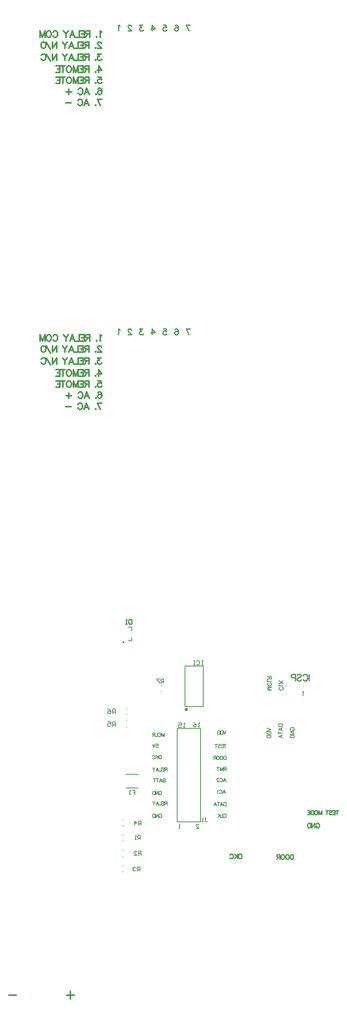
<source format=gbo>
G04*
G04 #@! TF.GenerationSoftware,Altium Limited,Altium Designer,18.0.12 (696)*
G04*
G04 Layer_Color=32896*
%FSAX24Y24*%
%MOIN*%
G70*
G01*
G75*
%ADD10C,0.0120*%
%ADD13C,0.0079*%
%ADD14C,0.0100*%
%ADD15C,0.0098*%
%ADD17C,0.0070*%
%ADD18C,0.0080*%
%ADD59C,0.0250*%
D10*
X010583Y083100D02*
X010530Y083126D01*
X010452Y083205D01*
Y082655D01*
X010153Y082707D02*
X010179Y082681D01*
X010153Y082655D01*
X010127Y082681D01*
X010153Y082707D01*
X009575Y083205D02*
Y082655D01*
Y083205D02*
X009339D01*
X009260Y083179D01*
X009234Y083152D01*
X009208Y083100D01*
Y083048D01*
X009234Y082995D01*
X009260Y082969D01*
X009339Y082943D01*
X009575D01*
X009391D02*
X009208Y082655D01*
X008745Y083205D02*
X009085D01*
Y082655D01*
X008745D01*
X009085Y082943D02*
X008875D01*
X008653Y083205D02*
Y082655D01*
X008339D01*
X007860D02*
X008069Y083205D01*
X008278Y082655D01*
X008200Y082838D02*
X007938D01*
X007731Y083205D02*
X007522Y082943D01*
Y082655D01*
X007312Y083205D02*
X007522Y082943D01*
X006417Y083074D02*
X006443Y083126D01*
X006495Y083179D01*
X006548Y083205D01*
X006652D01*
X006705Y083179D01*
X006757Y083126D01*
X006783Y083074D01*
X006809Y082995D01*
Y082864D01*
X006783Y082786D01*
X006757Y082734D01*
X006705Y082681D01*
X006652Y082655D01*
X006548D01*
X006495Y082681D01*
X006443Y082734D01*
X006417Y082786D01*
X006105Y083205D02*
X006157Y083179D01*
X006210Y083126D01*
X006236Y083074D01*
X006262Y082995D01*
Y082864D01*
X006236Y082786D01*
X006210Y082734D01*
X006157Y082681D01*
X006105Y082655D01*
X006000D01*
X005948Y082681D01*
X005896Y082734D01*
X005869Y082786D01*
X005843Y082864D01*
Y082995D01*
X005869Y083074D01*
X005896Y083126D01*
X005948Y083179D01*
X006000Y083205D01*
X006105D01*
X005715D02*
Y082655D01*
Y083205D02*
X005505Y082655D01*
X005296Y083205D02*
X005505Y082655D01*
X005296Y083205D02*
Y082655D01*
X010557Y082126D02*
Y082152D01*
X010530Y082205D01*
X010504Y082231D01*
X010452Y082257D01*
X010347D01*
X010295Y082231D01*
X010269Y082205D01*
X010242Y082152D01*
Y082100D01*
X010269Y082048D01*
X010321Y081969D01*
X010583Y081707D01*
X010216D01*
X010067Y081759D02*
X010093Y081733D01*
X010067Y081707D01*
X010041Y081733D01*
X010067Y081759D01*
X009488Y082257D02*
Y081707D01*
Y082257D02*
X009253D01*
X009174Y082231D01*
X009148Y082205D01*
X009122Y082152D01*
Y082100D01*
X009148Y082048D01*
X009174Y082021D01*
X009253Y081995D01*
X009488D01*
X009305D02*
X009122Y081707D01*
X008658Y082257D02*
X008999D01*
Y081707D01*
X008658D01*
X008999Y081995D02*
X008789D01*
X008566Y082257D02*
Y081707D01*
X008252D01*
X007773D02*
X007983Y082257D01*
X008192Y081707D01*
X008113Y081890D02*
X007852D01*
X007645Y082257D02*
X007435Y081995D01*
Y081707D01*
X007226Y082257D02*
X007435Y081995D01*
X006723Y082257D02*
Y081707D01*
Y082257D02*
X006356Y081707D01*
Y082257D02*
Y081707D01*
X006205Y081629D02*
X005838Y082257D01*
X005644D02*
X005697Y082231D01*
X005749Y082178D01*
X005775Y082126D01*
X005801Y082048D01*
Y081917D01*
X005775Y081838D01*
X005749Y081786D01*
X005697Y081733D01*
X005644Y081707D01*
X005540D01*
X005487Y081733D01*
X005435Y081786D01*
X005409Y081838D01*
X005382Y081917D01*
Y082048D01*
X005409Y082126D01*
X005435Y082178D01*
X005487Y082231D01*
X005540Y082257D01*
X005644D01*
X010530Y081231D02*
X010242D01*
X010399Y081021D01*
X010321D01*
X010269Y080995D01*
X010242Y080969D01*
X010216Y080890D01*
Y080838D01*
X010242Y080759D01*
X010295Y080707D01*
X010373Y080681D01*
X010452D01*
X010530Y080707D01*
X010557Y080733D01*
X010583Y080785D01*
X010067Y080733D02*
X010093Y080707D01*
X010067Y080681D01*
X010041Y080707D01*
X010067Y080733D01*
X009488Y081231D02*
Y080681D01*
Y081231D02*
X009253D01*
X009174Y081204D01*
X009148Y081178D01*
X009122Y081126D01*
Y081073D01*
X009148Y081021D01*
X009174Y080995D01*
X009253Y080969D01*
X009488D01*
X009305D02*
X009122Y080681D01*
X008658Y081231D02*
X008999D01*
Y080681D01*
X008658D01*
X008999Y080969D02*
X008789D01*
X008566Y081231D02*
Y080681D01*
X008252D01*
X007773D02*
X007983Y081231D01*
X008192Y080681D01*
X008113Y080864D02*
X007852D01*
X007645Y081231D02*
X007435Y080969D01*
Y080681D01*
X007226Y081231D02*
X007435Y080969D01*
X006723Y081231D02*
Y080681D01*
Y081231D02*
X006356Y080681D01*
Y081231D02*
Y080681D01*
X006205Y080602D02*
X005838Y081231D01*
X005409Y081100D02*
X005435Y081152D01*
X005487Y081204D01*
X005540Y081231D01*
X005644D01*
X005697Y081204D01*
X005749Y081152D01*
X005775Y081100D01*
X005801Y081021D01*
Y080890D01*
X005775Y080812D01*
X005749Y080759D01*
X005697Y080707D01*
X005644Y080681D01*
X005540D01*
X005487Y080707D01*
X005435Y080759D01*
X005409Y080812D01*
X010321Y080204D02*
X010583Y079838D01*
X010190D01*
X010321Y080204D02*
Y079654D01*
X010067Y079707D02*
X010093Y079680D01*
X010067Y079654D01*
X010041Y079680D01*
X010067Y079707D01*
X009488Y080204D02*
Y079654D01*
Y080204D02*
X009253D01*
X009174Y080178D01*
X009148Y080152D01*
X009122Y080099D01*
Y080047D01*
X009148Y079995D01*
X009174Y079968D01*
X009253Y079942D01*
X009488D01*
X009305D02*
X009122Y079654D01*
X008658Y080204D02*
X008999D01*
Y079654D01*
X008658D01*
X008999Y079942D02*
X008789D01*
X008566Y080204D02*
Y079654D01*
Y080204D02*
X008357Y079654D01*
X008148Y080204D02*
X008357Y079654D01*
X008148Y080204D02*
Y079654D01*
X007833Y080204D02*
X007886Y080178D01*
X007938Y080126D01*
X007964Y080073D01*
X007990Y079995D01*
Y079864D01*
X007964Y079785D01*
X007938Y079733D01*
X007886Y079680D01*
X007833Y079654D01*
X007729D01*
X007676Y079680D01*
X007624Y079733D01*
X007598Y079785D01*
X007571Y079864D01*
Y079995D01*
X007598Y080073D01*
X007624Y080126D01*
X007676Y080178D01*
X007729Y080204D01*
X007833D01*
X007260D02*
Y079654D01*
X007443Y080204D02*
X007077D01*
X006671D02*
X007011D01*
Y079654D01*
X006671D01*
X007011Y079942D02*
X006802D01*
X010269Y079256D02*
X010530D01*
X010557Y079021D01*
X010530Y079047D01*
X010452Y079073D01*
X010373D01*
X010295Y079047D01*
X010242Y078994D01*
X010216Y078916D01*
Y078864D01*
X010242Y078785D01*
X010295Y078733D01*
X010373Y078706D01*
X010452D01*
X010530Y078733D01*
X010557Y078759D01*
X010583Y078811D01*
X010067Y078759D02*
X010093Y078733D01*
X010067Y078706D01*
X010041Y078733D01*
X010067Y078759D01*
X009488Y079256D02*
Y078706D01*
Y079256D02*
X009253D01*
X009174Y079230D01*
X009148Y079204D01*
X009122Y079152D01*
Y079099D01*
X009148Y079047D01*
X009174Y079021D01*
X009253Y078994D01*
X009488D01*
X009305D02*
X009122Y078706D01*
X008658Y079256D02*
X008999D01*
Y078706D01*
X008658D01*
X008999Y078994D02*
X008789D01*
X008566Y079256D02*
Y078706D01*
Y079256D02*
X008357Y078706D01*
X008148Y079256D02*
X008357Y078706D01*
X008148Y079256D02*
Y078706D01*
X007833Y079256D02*
X007886Y079230D01*
X007938Y079178D01*
X007964Y079125D01*
X007990Y079047D01*
Y078916D01*
X007964Y078837D01*
X007938Y078785D01*
X007886Y078733D01*
X007833Y078706D01*
X007729D01*
X007676Y078733D01*
X007624Y078785D01*
X007598Y078837D01*
X007571Y078916D01*
Y079047D01*
X007598Y079125D01*
X007624Y079178D01*
X007676Y079230D01*
X007729Y079256D01*
X007833D01*
X007260D02*
Y078706D01*
X007443Y079256D02*
X007077D01*
X006671D02*
X007011D01*
Y078706D01*
X006671D01*
X007011Y078994D02*
X006802D01*
X010269Y078230D02*
X010295Y078282D01*
X010373Y078308D01*
X010426D01*
X010504Y078282D01*
X010557Y078204D01*
X010583Y078073D01*
Y077942D01*
X010557Y077837D01*
X010504Y077785D01*
X010426Y077759D01*
X010399D01*
X010321Y077785D01*
X010269Y077837D01*
X010242Y077916D01*
Y077942D01*
X010269Y078020D01*
X010321Y078073D01*
X010399Y078099D01*
X010426D01*
X010504Y078073D01*
X010557Y078020D01*
X010583Y077942D01*
X010096Y077811D02*
X010122Y077785D01*
X010096Y077759D01*
X010070Y077785D01*
X010096Y077811D01*
X009098Y077759D02*
X009308Y078308D01*
X009517Y077759D01*
X009438Y077942D02*
X009177D01*
X008577Y078178D02*
X008603Y078230D01*
X008656Y078282D01*
X008708Y078308D01*
X008813D01*
X008865Y078282D01*
X008917Y078230D01*
X008944Y078178D01*
X008970Y078099D01*
Y077968D01*
X008944Y077889D01*
X008917Y077837D01*
X008865Y077785D01*
X008813Y077759D01*
X008708D01*
X008656Y077785D01*
X008603Y077837D01*
X008577Y077889D01*
X007755Y078230D02*
Y077759D01*
X007990Y077994D02*
X007519D01*
X010216Y077361D02*
X010478Y076811D01*
X010583Y077361D02*
X010216D01*
X010067Y076863D02*
X010093Y076837D01*
X010067Y076811D01*
X010041Y076837D01*
X010067Y076863D01*
X009069Y076811D02*
X009279Y077361D01*
X009488Y076811D01*
X009410Y076994D02*
X009148D01*
X008548Y077230D02*
X008574Y077282D01*
X008627Y077334D01*
X008679Y077361D01*
X008784D01*
X008836Y077334D01*
X008889Y077282D01*
X008915Y077230D01*
X008941Y077151D01*
Y077020D01*
X008915Y076942D01*
X008889Y076889D01*
X008836Y076837D01*
X008784Y076811D01*
X008679D01*
X008627Y076837D01*
X008574Y076889D01*
X008548Y076942D01*
X007962Y077046D02*
X007490D01*
X010583Y057100D02*
X010530Y057126D01*
X010452Y057205D01*
Y056655D01*
X010153Y056707D02*
X010179Y056681D01*
X010153Y056655D01*
X010127Y056681D01*
X010153Y056707D01*
X009575Y057205D02*
Y056655D01*
Y057205D02*
X009339D01*
X009260Y057179D01*
X009234Y057152D01*
X009208Y057100D01*
Y057048D01*
X009234Y056995D01*
X009260Y056969D01*
X009339Y056943D01*
X009575D01*
X009391D02*
X009208Y056655D01*
X008745Y057205D02*
X009085D01*
Y056655D01*
X008745D01*
X009085Y056943D02*
X008875D01*
X008653Y057205D02*
Y056655D01*
X008339D01*
X007860D02*
X008069Y057205D01*
X008278Y056655D01*
X008200Y056838D02*
X007938D01*
X007731Y057205D02*
X007522Y056943D01*
Y056655D01*
X007312Y057205D02*
X007522Y056943D01*
X006417Y057074D02*
X006443Y057126D01*
X006495Y057179D01*
X006548Y057205D01*
X006652D01*
X006705Y057179D01*
X006757Y057126D01*
X006783Y057074D01*
X006809Y056995D01*
Y056864D01*
X006783Y056786D01*
X006757Y056734D01*
X006705Y056681D01*
X006652Y056655D01*
X006548D01*
X006495Y056681D01*
X006443Y056734D01*
X006417Y056786D01*
X006105Y057205D02*
X006157Y057179D01*
X006210Y057126D01*
X006236Y057074D01*
X006262Y056995D01*
Y056864D01*
X006236Y056786D01*
X006210Y056734D01*
X006157Y056681D01*
X006105Y056655D01*
X006000D01*
X005948Y056681D01*
X005896Y056734D01*
X005869Y056786D01*
X005843Y056864D01*
Y056995D01*
X005869Y057074D01*
X005896Y057126D01*
X005948Y057179D01*
X006000Y057205D01*
X006105D01*
X005715D02*
Y056655D01*
Y057205D02*
X005505Y056655D01*
X005296Y057205D02*
X005505Y056655D01*
X005296Y057205D02*
Y056655D01*
X010557Y056126D02*
Y056152D01*
X010530Y056205D01*
X010504Y056231D01*
X010452Y056257D01*
X010347D01*
X010295Y056231D01*
X010269Y056205D01*
X010242Y056152D01*
Y056100D01*
X010269Y056048D01*
X010321Y055969D01*
X010583Y055707D01*
X010216D01*
X010067Y055759D02*
X010093Y055733D01*
X010067Y055707D01*
X010041Y055733D01*
X010067Y055759D01*
X009488Y056257D02*
Y055707D01*
Y056257D02*
X009253D01*
X009174Y056231D01*
X009148Y056205D01*
X009122Y056152D01*
Y056100D01*
X009148Y056048D01*
X009174Y056021D01*
X009253Y055995D01*
X009488D01*
X009305D02*
X009122Y055707D01*
X008658Y056257D02*
X008999D01*
Y055707D01*
X008658D01*
X008999Y055995D02*
X008789D01*
X008566Y056257D02*
Y055707D01*
X008252D01*
X007773D02*
X007983Y056257D01*
X008192Y055707D01*
X008113Y055890D02*
X007852D01*
X007645Y056257D02*
X007435Y055995D01*
Y055707D01*
X007226Y056257D02*
X007435Y055995D01*
X006723Y056257D02*
Y055707D01*
Y056257D02*
X006356Y055707D01*
Y056257D02*
Y055707D01*
X006205Y055629D02*
X005838Y056257D01*
X005644D02*
X005697Y056231D01*
X005749Y056178D01*
X005775Y056126D01*
X005801Y056048D01*
Y055917D01*
X005775Y055838D01*
X005749Y055786D01*
X005697Y055733D01*
X005644Y055707D01*
X005540D01*
X005487Y055733D01*
X005435Y055786D01*
X005409Y055838D01*
X005382Y055917D01*
Y056048D01*
X005409Y056126D01*
X005435Y056178D01*
X005487Y056231D01*
X005540Y056257D01*
X005644D01*
X010530Y055231D02*
X010242D01*
X010399Y055021D01*
X010321D01*
X010269Y054995D01*
X010242Y054969D01*
X010216Y054890D01*
Y054838D01*
X010242Y054759D01*
X010295Y054707D01*
X010373Y054681D01*
X010452D01*
X010530Y054707D01*
X010557Y054733D01*
X010583Y054785D01*
X010067Y054733D02*
X010093Y054707D01*
X010067Y054681D01*
X010041Y054707D01*
X010067Y054733D01*
X009488Y055231D02*
Y054681D01*
Y055231D02*
X009253D01*
X009174Y055204D01*
X009148Y055178D01*
X009122Y055126D01*
Y055073D01*
X009148Y055021D01*
X009174Y054995D01*
X009253Y054969D01*
X009488D01*
X009305D02*
X009122Y054681D01*
X008658Y055231D02*
X008999D01*
Y054681D01*
X008658D01*
X008999Y054969D02*
X008789D01*
X008566Y055231D02*
Y054681D01*
X008252D01*
X007773D02*
X007983Y055231D01*
X008192Y054681D01*
X008113Y054864D02*
X007852D01*
X007645Y055231D02*
X007435Y054969D01*
Y054681D01*
X007226Y055231D02*
X007435Y054969D01*
X006723Y055231D02*
Y054681D01*
Y055231D02*
X006356Y054681D01*
Y055231D02*
Y054681D01*
X006205Y054602D02*
X005838Y055231D01*
X005409Y055100D02*
X005435Y055152D01*
X005487Y055204D01*
X005540Y055231D01*
X005644D01*
X005697Y055204D01*
X005749Y055152D01*
X005775Y055100D01*
X005801Y055021D01*
Y054890D01*
X005775Y054812D01*
X005749Y054759D01*
X005697Y054707D01*
X005644Y054681D01*
X005540D01*
X005487Y054707D01*
X005435Y054759D01*
X005409Y054812D01*
X010321Y054204D02*
X010583Y053838D01*
X010190D01*
X010321Y054204D02*
Y053654D01*
X010067Y053707D02*
X010093Y053680D01*
X010067Y053654D01*
X010041Y053680D01*
X010067Y053707D01*
X009488Y054204D02*
Y053654D01*
Y054204D02*
X009253D01*
X009174Y054178D01*
X009148Y054152D01*
X009122Y054099D01*
Y054047D01*
X009148Y053995D01*
X009174Y053968D01*
X009253Y053942D01*
X009488D01*
X009305D02*
X009122Y053654D01*
X008658Y054204D02*
X008999D01*
Y053654D01*
X008658D01*
X008999Y053942D02*
X008789D01*
X008566Y054204D02*
Y053654D01*
Y054204D02*
X008357Y053654D01*
X008148Y054204D02*
X008357Y053654D01*
X008148Y054204D02*
Y053654D01*
X007833Y054204D02*
X007886Y054178D01*
X007938Y054126D01*
X007964Y054073D01*
X007990Y053995D01*
Y053864D01*
X007964Y053785D01*
X007938Y053733D01*
X007886Y053680D01*
X007833Y053654D01*
X007729D01*
X007676Y053680D01*
X007624Y053733D01*
X007598Y053785D01*
X007571Y053864D01*
Y053995D01*
X007598Y054073D01*
X007624Y054126D01*
X007676Y054178D01*
X007729Y054204D01*
X007833D01*
X007260D02*
Y053654D01*
X007443Y054204D02*
X007077D01*
X006671D02*
X007011D01*
Y053654D01*
X006671D01*
X007011Y053942D02*
X006802D01*
X010269Y053256D02*
X010530D01*
X010557Y053021D01*
X010530Y053047D01*
X010452Y053073D01*
X010373D01*
X010295Y053047D01*
X010242Y052994D01*
X010216Y052916D01*
Y052864D01*
X010242Y052785D01*
X010295Y052733D01*
X010373Y052706D01*
X010452D01*
X010530Y052733D01*
X010557Y052759D01*
X010583Y052811D01*
X010067Y052759D02*
X010093Y052733D01*
X010067Y052706D01*
X010041Y052733D01*
X010067Y052759D01*
X009488Y053256D02*
Y052706D01*
Y053256D02*
X009253D01*
X009174Y053230D01*
X009148Y053204D01*
X009122Y053152D01*
Y053099D01*
X009148Y053047D01*
X009174Y053021D01*
X009253Y052994D01*
X009488D01*
X009305D02*
X009122Y052706D01*
X008658Y053256D02*
X008999D01*
Y052706D01*
X008658D01*
X008999Y052994D02*
X008789D01*
X008566Y053256D02*
Y052706D01*
Y053256D02*
X008357Y052706D01*
X008148Y053256D02*
X008357Y052706D01*
X008148Y053256D02*
Y052706D01*
X007833Y053256D02*
X007886Y053230D01*
X007938Y053178D01*
X007964Y053125D01*
X007990Y053047D01*
Y052916D01*
X007964Y052837D01*
X007938Y052785D01*
X007886Y052733D01*
X007833Y052706D01*
X007729D01*
X007676Y052733D01*
X007624Y052785D01*
X007598Y052837D01*
X007571Y052916D01*
Y053047D01*
X007598Y053125D01*
X007624Y053178D01*
X007676Y053230D01*
X007729Y053256D01*
X007833D01*
X007260D02*
Y052706D01*
X007443Y053256D02*
X007077D01*
X006671D02*
X007011D01*
Y052706D01*
X006671D01*
X007011Y052994D02*
X006802D01*
X010269Y052230D02*
X010295Y052282D01*
X010373Y052308D01*
X010426D01*
X010504Y052282D01*
X010557Y052204D01*
X010583Y052073D01*
Y051942D01*
X010557Y051837D01*
X010504Y051785D01*
X010426Y051759D01*
X010399D01*
X010321Y051785D01*
X010269Y051837D01*
X010242Y051916D01*
Y051942D01*
X010269Y052020D01*
X010321Y052073D01*
X010399Y052099D01*
X010426D01*
X010504Y052073D01*
X010557Y052020D01*
X010583Y051942D01*
X010096Y051811D02*
X010122Y051785D01*
X010096Y051759D01*
X010070Y051785D01*
X010096Y051811D01*
X009098Y051759D02*
X009308Y052308D01*
X009517Y051759D01*
X009438Y051942D02*
X009177D01*
X008577Y052178D02*
X008603Y052230D01*
X008656Y052282D01*
X008708Y052308D01*
X008813D01*
X008865Y052282D01*
X008917Y052230D01*
X008944Y052178D01*
X008970Y052099D01*
Y051968D01*
X008944Y051889D01*
X008917Y051837D01*
X008865Y051785D01*
X008813Y051759D01*
X008708D01*
X008656Y051785D01*
X008603Y051837D01*
X008577Y051889D01*
X007755Y052230D02*
Y051759D01*
X007990Y051994D02*
X007519D01*
X010216Y051361D02*
X010478Y050811D01*
X010583Y051361D02*
X010216D01*
X010067Y050863D02*
X010093Y050837D01*
X010067Y050811D01*
X010041Y050837D01*
X010067Y050863D01*
X009069Y050811D02*
X009279Y051361D01*
X009488Y050811D01*
X009410Y050994D02*
X009148D01*
X008548Y051230D02*
X008574Y051282D01*
X008627Y051334D01*
X008679Y051361D01*
X008784D01*
X008836Y051334D01*
X008889Y051282D01*
X008915Y051230D01*
X008941Y051151D01*
Y051020D01*
X008915Y050942D01*
X008889Y050889D01*
X008836Y050837D01*
X008784Y050811D01*
X008679D01*
X008627Y050837D01*
X008574Y050889D01*
X008548Y050942D01*
X007962Y051046D02*
X007490D01*
X007903Y000362D02*
Y001004D01*
X008225Y000683D02*
X007582D01*
X003275D02*
X002632D01*
D13*
X012380Y015182D02*
X012420D01*
X012380Y015693D02*
X012420D01*
X013176Y031876D02*
Y032191D01*
X012861D02*
X013176D01*
Y031009D02*
Y031324D01*
X012861Y031009D02*
X013176D01*
X012380Y011756D02*
X012420D01*
X012380Y011244D02*
X012420D01*
X019050Y015500D02*
Y023500D01*
X017050Y015500D02*
Y023500D01*
Y015500D02*
X019050D01*
X017050Y023500D02*
X019050D01*
X012380Y013869D02*
X012420D01*
X012380Y014381D02*
X012420D01*
X012380Y012557D02*
X012420D01*
X012380Y013068D02*
X012420D01*
X015680Y026666D02*
X015720D01*
X015680Y027177D02*
X015720D01*
X012668Y019581D02*
X013731D01*
X012668Y018419D02*
X013731D01*
X012700Y025216D02*
X012740D01*
X012700Y024704D02*
X012740D01*
X012700Y023624D02*
X012740D01*
X012700Y024136D02*
X012740D01*
X017730Y025396D02*
Y028841D01*
X019305D01*
Y025396D02*
Y028841D01*
X017730Y025396D02*
X019305D01*
X027942Y026632D02*
X027904Y026650D01*
X027848Y026707D01*
Y026313D01*
D14*
X014910Y083705D02*
X015150Y083369D01*
X014790D01*
X014910Y083705D02*
Y083201D01*
X012150Y057609D02*
X012102Y057633D01*
X012030Y057705D01*
Y057201D01*
X014102Y057705D02*
X013838D01*
X013982Y057513D01*
X013910D01*
X013862Y057489D01*
X013838Y057465D01*
X013814Y057393D01*
Y057345D01*
X013838Y057273D01*
X013886Y057225D01*
X013958Y057201D01*
X014030D01*
X014102Y057225D01*
X014126Y057249D01*
X014150Y057297D01*
X016862Y057633D02*
X016886Y057681D01*
X016958Y057705D01*
X017006D01*
X017078Y057681D01*
X017126Y057609D01*
X017150Y057489D01*
Y057369D01*
X017126Y057273D01*
X017078Y057225D01*
X017006Y057201D01*
X016982D01*
X016910Y057225D01*
X016862Y057273D01*
X016838Y057345D01*
Y057369D01*
X016862Y057441D01*
X016910Y057489D01*
X016982Y057513D01*
X017006D01*
X017078Y057489D01*
X017126Y057441D01*
X017150Y057369D01*
X013126Y057585D02*
Y057609D01*
X013102Y057657D01*
X013078Y057681D01*
X013030Y057705D01*
X012934D01*
X012886Y057681D01*
X012862Y057657D01*
X012838Y057609D01*
Y057561D01*
X012862Y057513D01*
X012910Y057441D01*
X013150Y057201D01*
X012814D01*
X014102Y083705D02*
X013838D01*
X013982Y083513D01*
X013910D01*
X013862Y083489D01*
X013838Y083465D01*
X013814Y083393D01*
Y083345D01*
X013838Y083273D01*
X013886Y083225D01*
X013958Y083201D01*
X014030D01*
X014102Y083225D01*
X014126Y083249D01*
X014150Y083297D01*
X016862Y083633D02*
X016886Y083681D01*
X016958Y083705D01*
X017006D01*
X017078Y083681D01*
X017126Y083609D01*
X017150Y083489D01*
Y083369D01*
X017126Y083273D01*
X017078Y083225D01*
X017006Y083201D01*
X016982D01*
X016910Y083225D01*
X016862Y083273D01*
X016838Y083345D01*
Y083369D01*
X016862Y083441D01*
X016910Y083489D01*
X016982Y083513D01*
X017006D01*
X017078Y083489D01*
X017126Y083441D01*
X017150Y083369D01*
X012150Y083609D02*
X012102Y083633D01*
X012030Y083705D01*
Y083201D01*
X015862Y083705D02*
X016102D01*
X016126Y083489D01*
X016102Y083513D01*
X016030Y083537D01*
X015958D01*
X015886Y083513D01*
X015838Y083465D01*
X015814Y083393D01*
Y083345D01*
X015838Y083273D01*
X015886Y083225D01*
X015958Y083201D01*
X016030D01*
X016102Y083225D01*
X016126Y083249D01*
X016150Y083297D01*
X017814Y057705D02*
X018054Y057201D01*
X018150Y057705D02*
X017814D01*
X013126Y083585D02*
Y083609D01*
X013102Y083657D01*
X013078Y083681D01*
X013030Y083705D01*
X012934D01*
X012886Y083681D01*
X012862Y083657D01*
X012838Y083609D01*
Y083561D01*
X012862Y083513D01*
X012910Y083441D01*
X013150Y083201D01*
X012814D01*
X014910Y057705D02*
X015150Y057369D01*
X014790D01*
X014910Y057705D02*
Y057201D01*
X017814Y083705D02*
X018054Y083201D01*
X018150Y083705D02*
X017814D01*
X015862Y057705D02*
X016102D01*
X016126Y057489D01*
X016102Y057513D01*
X016030Y057537D01*
X015958D01*
X015886Y057513D01*
X015838Y057465D01*
X015814Y057393D01*
Y057345D01*
X015838Y057273D01*
X015886Y057225D01*
X015958Y057201D01*
X016030D01*
X016102Y057225D01*
X016126Y057249D01*
X016150Y057297D01*
X013150Y032850D02*
Y032450D01*
X012950D01*
X012883Y032517D01*
Y032783D01*
X012950Y032850D01*
X013150D01*
X012750Y032450D02*
X012617D01*
X012683D01*
Y032850D01*
X012750Y032783D01*
X027012Y012721D02*
Y012321D01*
Y012721D02*
X026879D01*
X026821Y012702D01*
X026783Y012664D01*
X026764Y012626D01*
X026745Y012569D01*
Y012474D01*
X026764Y012417D01*
X026783Y012379D01*
X026821Y012341D01*
X026879Y012321D01*
X027012D01*
X026542Y012721D02*
X026580Y012702D01*
X026618Y012664D01*
X026637Y012626D01*
X026656Y012569D01*
Y012474D01*
X026637Y012417D01*
X026618Y012379D01*
X026580Y012341D01*
X026542Y012321D01*
X026465D01*
X026427Y012341D01*
X026389Y012379D01*
X026370Y012417D01*
X026351Y012474D01*
Y012569D01*
X026370Y012626D01*
X026389Y012664D01*
X026427Y012702D01*
X026465Y012721D01*
X026542D01*
X026144D02*
X026182Y012702D01*
X026220Y012664D01*
X026239Y012626D01*
X026258Y012569D01*
Y012474D01*
X026239Y012417D01*
X026220Y012379D01*
X026182Y012341D01*
X026144Y012321D01*
X026067D01*
X026029Y012341D01*
X025991Y012379D01*
X025972Y012417D01*
X025953Y012474D01*
Y012569D01*
X025972Y012626D01*
X025991Y012664D01*
X026029Y012702D01*
X026067Y012721D01*
X026144D01*
X025860D02*
Y012321D01*
Y012721D02*
X025688D01*
X025631Y012702D01*
X025612Y012683D01*
X025593Y012645D01*
Y012607D01*
X025612Y012569D01*
X025631Y012550D01*
X025688Y012531D01*
X025860D01*
X025726D02*
X025593Y012321D01*
X022498Y012768D02*
X022536Y012749D01*
X022574Y012711D01*
X022593Y012673D01*
X022612Y012616D01*
Y012521D01*
X022593Y012463D01*
X022574Y012425D01*
X022536Y012387D01*
X022498Y012368D01*
X022421D01*
X022383Y012387D01*
X022345Y012425D01*
X022326Y012463D01*
X022307Y012521D01*
Y012616D01*
X022326Y012673D01*
X022345Y012711D01*
X022383Y012749D01*
X022421Y012768D01*
X022498D01*
X022214D02*
Y012368D01*
X021947Y012768D02*
X022214Y012502D01*
X022119Y012597D02*
X021947Y012368D01*
X021572Y012673D02*
X021591Y012711D01*
X021629Y012749D01*
X021667Y012768D01*
X021744D01*
X021782Y012749D01*
X021820Y012711D01*
X021839Y012673D01*
X021858Y012616D01*
Y012521D01*
X021839Y012463D01*
X021820Y012425D01*
X021782Y012387D01*
X021744Y012368D01*
X021667D01*
X021629Y012387D01*
X021591Y012425D01*
X021572Y012463D01*
X028360Y028145D02*
Y027595D01*
X027852Y028014D02*
X027878Y028066D01*
X027931Y028119D01*
X027983Y028145D01*
X028088D01*
X028140Y028119D01*
X028192Y028066D01*
X028219Y028014D01*
X028245Y027935D01*
Y027804D01*
X028219Y027726D01*
X028192Y027673D01*
X028140Y027621D01*
X028088Y027595D01*
X027983D01*
X027931Y027621D01*
X027878Y027673D01*
X027852Y027726D01*
X027331Y028066D02*
X027383Y028119D01*
X027462Y028145D01*
X027567D01*
X027645Y028119D01*
X027698Y028066D01*
Y028014D01*
X027671Y027961D01*
X027645Y027935D01*
X027593Y027909D01*
X027436Y027857D01*
X027383Y027830D01*
X027357Y027804D01*
X027331Y027752D01*
Y027673D01*
X027383Y027621D01*
X027462Y027595D01*
X027567D01*
X027645Y027621D01*
X027698Y027673D01*
X027208Y027857D02*
X026972D01*
X026894Y027883D01*
X026867Y027909D01*
X026841Y027961D01*
Y028040D01*
X026867Y028092D01*
X026894Y028119D01*
X026972Y028145D01*
X027208D01*
Y027595D01*
X030765Y016490D02*
Y016140D01*
X030882Y016490D02*
X030649D01*
X030390D02*
X030607D01*
Y016140D01*
X030390D01*
X030607Y016323D02*
X030474D01*
X030099Y016440D02*
X030132Y016473D01*
X030182Y016490D01*
X030249D01*
X030299Y016473D01*
X030332Y016440D01*
Y016406D01*
X030315Y016373D01*
X030299Y016356D01*
X030265Y016340D01*
X030165Y016306D01*
X030132Y016290D01*
X030115Y016273D01*
X030099Y016240D01*
Y016190D01*
X030132Y016156D01*
X030182Y016140D01*
X030249D01*
X030299Y016156D01*
X030332Y016190D01*
X029904Y016490D02*
Y016140D01*
X030020Y016490D02*
X029787D01*
X029471D02*
Y016140D01*
Y016490D02*
X029337Y016140D01*
X029204Y016490D02*
X029337Y016140D01*
X029204Y016490D02*
Y016140D01*
X029004Y016490D02*
X029037Y016473D01*
X029071Y016440D01*
X029087Y016406D01*
X029104Y016356D01*
Y016273D01*
X029087Y016223D01*
X029071Y016190D01*
X029037Y016156D01*
X029004Y016140D01*
X028937D01*
X028904Y016156D01*
X028871Y016190D01*
X028854Y016223D01*
X028837Y016273D01*
Y016356D01*
X028854Y016406D01*
X028871Y016440D01*
X028904Y016473D01*
X028937Y016490D01*
X029004D01*
X028756D02*
Y016140D01*
Y016490D02*
X028639D01*
X028589Y016473D01*
X028556Y016440D01*
X028539Y016406D01*
X028522Y016356D01*
Y016273D01*
X028539Y016223D01*
X028556Y016190D01*
X028589Y016156D01*
X028639Y016140D01*
X028756D01*
X028227Y016490D02*
X028444D01*
Y016140D01*
X028227D01*
X028444Y016323D02*
X028311D01*
X028964Y015305D02*
X028983Y015343D01*
X029021Y015381D01*
X029060Y015400D01*
X029136D01*
X029174Y015381D01*
X029212Y015343D01*
X029231Y015305D01*
X029250Y015248D01*
Y015152D01*
X029231Y015095D01*
X029212Y015057D01*
X029174Y015019D01*
X029136Y015000D01*
X029060D01*
X029021Y015019D01*
X028983Y015057D01*
X028964Y015095D01*
Y015152D01*
X029060D02*
X028964D01*
X028873Y015400D02*
Y015000D01*
Y015400D02*
X028606Y015000D01*
Y015400D02*
Y015000D01*
X028496Y015400D02*
Y015000D01*
Y015400D02*
X028363D01*
X028305Y015381D01*
X028267Y015343D01*
X028248Y015305D01*
X028229Y015248D01*
Y015152D01*
X028248Y015095D01*
X028267Y015057D01*
X028305Y015019D01*
X028363Y015000D01*
X028496D01*
D15*
X012487Y030891D02*
G03*
X012487Y030891I-000049J000000D01*
G01*
D17*
X019427Y015850D02*
X019543D01*
X019485D01*
Y015558D01*
X019543Y015500D01*
X019602D01*
X019660Y015558D01*
X019310Y015500D02*
X019193D01*
X019252D01*
Y015850D01*
X019310Y015792D01*
X018990Y023640D02*
X018867D01*
X018928D01*
Y024010D01*
X018990Y023948D01*
X018435Y024010D02*
X018558Y023948D01*
X018682Y023825D01*
Y023702D01*
X018620Y023640D01*
X018497D01*
X018435Y023702D01*
Y023763D01*
X018497Y023825D01*
X018682D01*
X017730Y023600D02*
X017607D01*
X017668D01*
Y023970D01*
X017730Y023908D01*
X017175Y023970D02*
X017422D01*
Y023785D01*
X017298Y023847D01*
X017237D01*
X017175Y023785D01*
Y023662D01*
X017237Y023600D01*
X017360D01*
X017422Y023662D01*
X017310Y014940D02*
X017187D01*
X017248D01*
Y015310D01*
X017310Y015248D01*
X018683Y014940D02*
X018930D01*
X018683Y015187D01*
Y015248D01*
X018745Y015310D01*
X018868D01*
X018930Y015248D01*
X011770Y024780D02*
Y025180D01*
X011570D01*
X011503Y025113D01*
Y024980D01*
X011570Y024913D01*
X011770D01*
X011637D02*
X011503Y024780D01*
X011104Y025180D02*
X011237Y025113D01*
X011370Y024980D01*
Y024847D01*
X011303Y024780D01*
X011170D01*
X011104Y024847D01*
Y024913D01*
X011170Y024980D01*
X011370D01*
X011770Y023680D02*
Y024080D01*
X011570D01*
X011503Y024013D01*
Y023880D01*
X011570Y023813D01*
X011770D01*
X011637D02*
X011503Y023680D01*
X011104Y024080D02*
X011370D01*
Y023880D01*
X011237Y023947D01*
X011170D01*
X011104Y023880D01*
Y023747D01*
X011170Y023680D01*
X011303D01*
X011370Y023747D01*
X019280Y029310D02*
X019157D01*
X019218D01*
Y028940D01*
X019280D01*
X019157D01*
X018725Y029248D02*
X018787Y029310D01*
X018910D01*
X018972Y029248D01*
Y029002D01*
X018910Y028940D01*
X018787D01*
X018725Y029002D01*
X018602Y028940D02*
X018479D01*
X018540D01*
Y029310D01*
X018602Y029248D01*
X025150Y026790D02*
X024800D01*
X025150D02*
X024800Y026923D01*
X025150Y027057D02*
X024800Y026923D01*
X025150Y027057D02*
X024800D01*
X025067Y027407D02*
X025100Y027390D01*
X025133Y027357D01*
X025150Y027323D01*
Y027257D01*
X025133Y027223D01*
X025100Y027190D01*
X025067Y027173D01*
X025017Y027157D01*
X024933D01*
X024883Y027173D01*
X024850Y027190D01*
X024817Y027223D01*
X024800Y027257D01*
Y027323D01*
X024817Y027357D01*
X024850Y027390D01*
X024883Y027407D01*
X025150Y027505D02*
X024800D01*
Y027705D01*
X025150Y027743D02*
X024800D01*
X025150D02*
Y027893D01*
X025133Y027943D01*
X025117Y027960D01*
X025083Y027976D01*
X025050D01*
X025017Y027960D01*
X025000Y027943D01*
X024983Y027893D01*
Y027743D01*
Y027860D02*
X024800Y027976D01*
X024750Y023555D02*
X025100Y023422D01*
X024750Y023288D02*
X025100Y023422D01*
X024750Y023243D02*
X025100D01*
X024750D02*
Y023127D01*
X024767Y023077D01*
X024800Y023044D01*
X024833Y023027D01*
X024883Y023010D01*
X024967D01*
X025017Y023027D01*
X025050Y023044D01*
X025083Y023077D01*
X025100Y023127D01*
Y023243D01*
X024750Y022932D02*
X025100D01*
X024750D02*
Y022815D01*
X024767Y022765D01*
X024800Y022732D01*
X024833Y022715D01*
X024883Y022699D01*
X024967D01*
X025017Y022715D01*
X025050Y022732D01*
X025083Y022765D01*
X025100Y022815D01*
Y022932D01*
X025750Y023900D02*
X026100D01*
X025750D02*
Y023783D01*
X025767Y023733D01*
X025800Y023700D01*
X025833Y023683D01*
X025883Y023667D01*
X025967D01*
X026017Y023683D01*
X026050Y023700D01*
X026083Y023733D01*
X026100Y023783D01*
Y023900D01*
Y023322D02*
X025750Y023455D01*
X026100Y023588D01*
X025983Y023538D02*
Y023372D01*
X025750Y023124D02*
X026100D01*
X025750Y023240D02*
Y023007D01*
X026100Y022699D02*
X025750Y022832D01*
X026100Y022965D01*
X025983Y022915D02*
Y022749D01*
X026067Y027040D02*
X026100Y027023D01*
X026133Y026990D01*
X026150Y026957D01*
Y026890D01*
X026133Y026857D01*
X026100Y026823D01*
X026067Y026807D01*
X026017Y026790D01*
X025933D01*
X025883Y026807D01*
X025850Y026823D01*
X025817Y026857D01*
X025800Y026890D01*
Y026957D01*
X025817Y026990D01*
X025850Y027023D01*
X025883Y027040D01*
X026150Y027138D02*
X025800D01*
Y027338D01*
X026150Y027377D02*
X025800D01*
X026150Y027610D02*
X025917Y027377D01*
X026000Y027460D02*
X025800Y027610D01*
X026833Y023342D02*
X026800Y023358D01*
X026767Y023392D01*
X026750Y023425D01*
Y023492D01*
X026767Y023525D01*
X026800Y023558D01*
X026833Y023575D01*
X026883Y023592D01*
X026967D01*
X027017Y023575D01*
X027050Y023558D01*
X027083Y023525D01*
X027100Y023492D01*
Y023425D01*
X027083Y023392D01*
X027050Y023358D01*
X027017Y023342D01*
X026967D01*
Y023425D02*
Y023342D01*
X026750Y023262D02*
X027100D01*
X026750D02*
X027100Y023029D01*
X026750D02*
X027100D01*
X026750Y022932D02*
X027100D01*
X026750D02*
Y022815D01*
X026767Y022765D01*
X026800Y022732D01*
X026833Y022715D01*
X026883Y022699D01*
X026967D01*
X027017Y022715D01*
X027050Y022732D01*
X027083Y022765D01*
X027100Y022815D01*
Y022932D01*
D18*
X013950Y015237D02*
Y015587D01*
X013775D01*
X013717Y015529D01*
Y015412D01*
X013775Y015354D01*
X013950D01*
X013833D02*
X013717Y015237D01*
X013425D02*
Y015587D01*
X013600Y015412D01*
X013367D01*
X013850Y011300D02*
Y011650D01*
X013675D01*
X013617Y011592D01*
Y011475D01*
X013675Y011417D01*
X013850D01*
X013733D02*
X013617Y011300D01*
X013500Y011592D02*
X013442Y011650D01*
X013325D01*
X013267Y011592D01*
Y011533D01*
X013325Y011475D01*
X013383D01*
X013325D01*
X013267Y011417D01*
Y011358D01*
X013325Y011300D01*
X013442D01*
X013500Y011358D01*
X013900Y014000D02*
Y014350D01*
X013725D01*
X013667Y014292D01*
Y014175D01*
X013725Y014117D01*
X013900D01*
X013783D02*
X013667Y014000D01*
X013550D02*
X013433D01*
X013492D01*
Y014350D01*
X013550Y014292D01*
X013950Y012650D02*
Y013000D01*
X013775D01*
X013717Y012942D01*
Y012825D01*
X013775Y012767D01*
X013950D01*
X013833D02*
X013717Y012650D01*
X013367D02*
X013600D01*
X013367Y012883D01*
Y012942D01*
X013425Y013000D01*
X013542D01*
X013600Y012942D01*
X015897Y027390D02*
Y027739D01*
X015722D01*
X015664Y027681D01*
Y027565D01*
X015722Y027506D01*
X015897D01*
X015780D02*
X015664Y027390D01*
X015547Y027739D02*
X015314D01*
Y027681D01*
X015547Y027448D01*
Y027390D01*
X013193Y018210D02*
X013440D01*
Y018025D01*
X013317D01*
X013440D01*
Y017840D01*
X013070D02*
X012947D01*
X013008D01*
Y018210D01*
X013070Y018148D01*
X021250Y023300D02*
X021136Y023000D01*
X021021Y023300D02*
X021136Y023000D01*
X020983Y023300D02*
Y023000D01*
Y023300D02*
X020883D01*
X020840Y023286D01*
X020812Y023257D01*
X020797Y023229D01*
X020783Y023186D01*
Y023114D01*
X020797Y023071D01*
X020812Y023043D01*
X020840Y023014D01*
X020883Y023000D01*
X020983D01*
X020716Y023300D02*
Y023000D01*
Y023300D02*
X020616D01*
X020573Y023286D01*
X020544Y023257D01*
X020530Y023229D01*
X020516Y023186D01*
Y023114D01*
X020530Y023071D01*
X020544Y023043D01*
X020573Y023014D01*
X020616Y023000D01*
X020716D01*
X021250Y017180D02*
Y016880D01*
Y017180D02*
X021150D01*
X021107Y017166D01*
X021079Y017137D01*
X021064Y017109D01*
X021050Y017066D01*
Y016994D01*
X021064Y016951D01*
X021079Y016923D01*
X021107Y016894D01*
X021150Y016880D01*
X021250D01*
X020754D02*
X020869Y017180D01*
X020983Y016880D01*
X020940Y016980D02*
X020797D01*
X020584Y017180D02*
Y016880D01*
X020684Y017180D02*
X020484D01*
X020220Y016880D02*
X020334Y017180D01*
X020449Y016880D01*
X020406Y016980D02*
X020263D01*
X021036Y016109D02*
X021050Y016137D01*
X021079Y016166D01*
X021107Y016180D01*
X021164D01*
X021193Y016166D01*
X021221Y016137D01*
X021236Y016109D01*
X021250Y016066D01*
Y015994D01*
X021236Y015951D01*
X021221Y015923D01*
X021193Y015894D01*
X021164Y015880D01*
X021107D01*
X021079Y015894D01*
X021050Y015923D01*
X021036Y015951D01*
X020951Y016180D02*
Y015880D01*
X020780D01*
X020747Y016180D02*
Y015880D01*
X020547Y016180D02*
X020747Y015980D01*
X020676Y016051D02*
X020547Y015880D01*
X016040Y019200D02*
Y018900D01*
Y019200D02*
X015911D01*
X015868Y019186D01*
X015854Y019171D01*
X015840Y019143D01*
Y019114D01*
X015854Y019086D01*
X015868Y019071D01*
X015911Y019057D01*
X016040D02*
X015911D01*
X015868Y019043D01*
X015854Y019029D01*
X015840Y019000D01*
Y018957D01*
X015854Y018929D01*
X015868Y018914D01*
X015911Y018900D01*
X016040D01*
X015544D02*
X015658Y019200D01*
X015773Y018900D01*
X015730Y019000D02*
X015587D01*
X015374Y019200D02*
Y018900D01*
X015474Y019200D02*
X015274D01*
X015139D02*
Y018900D01*
X015239Y019200D02*
X015039D01*
X015502Y018069D02*
X015516Y018097D01*
X015544Y018126D01*
X015573Y018140D01*
X015630D01*
X015659Y018126D01*
X015687Y018097D01*
X015702Y018069D01*
X015716Y018026D01*
Y017954D01*
X015702Y017911D01*
X015687Y017883D01*
X015659Y017854D01*
X015630Y017840D01*
X015573D01*
X015544Y017854D01*
X015516Y017883D01*
X015502Y017911D01*
Y017954D01*
X015573D02*
X015502D01*
X015433Y018140D02*
Y017840D01*
Y018140D02*
X015233Y017840D01*
Y018140D02*
Y017840D01*
X015150Y018140D02*
Y017840D01*
Y018140D02*
X015050D01*
X015007Y018126D01*
X014979Y018097D01*
X014965Y018069D01*
X014950Y018026D01*
Y017954D01*
X014965Y017911D01*
X014979Y017883D01*
X015007Y017854D01*
X015050Y017840D01*
X015150D01*
X021250Y020180D02*
Y019880D01*
Y020180D02*
X021121D01*
X021079Y020166D01*
X021064Y020151D01*
X021050Y020123D01*
Y020094D01*
X021064Y020066D01*
X021079Y020051D01*
X021121Y020037D01*
X021250D01*
X021150D02*
X021050Y019880D01*
X020983Y020180D02*
Y019880D01*
Y020180D02*
X020869Y019880D01*
X020754Y020180D02*
X020869Y019880D01*
X020754Y020180D02*
Y019880D01*
X020569Y020180D02*
Y019880D01*
X020669Y020180D02*
X020469D01*
X016184Y020160D02*
Y019860D01*
Y020160D02*
X016056D01*
X016013Y020146D01*
X015999Y020131D01*
X015984Y020103D01*
Y020074D01*
X015999Y020046D01*
X016013Y020031D01*
X016056Y020017D01*
X016184D01*
X016084D02*
X015984Y019860D01*
X015732Y020160D02*
X015917D01*
Y019860D01*
X015732D01*
X015917Y020017D02*
X015803D01*
X015682Y020160D02*
Y019860D01*
X015510D01*
X015249D02*
X015363Y020160D01*
X015477Y019860D01*
X015434Y019960D02*
X015292D01*
X015179Y020160D02*
X015065Y020017D01*
Y019860D01*
X014950Y020160D02*
X015065Y020017D01*
X020971Y017940D02*
X021086Y018240D01*
X021200Y017940D01*
X021157Y018040D02*
X021014D01*
X020687Y018169D02*
X020702Y018197D01*
X020730Y018226D01*
X020759Y018240D01*
X020816D01*
X020844Y018226D01*
X020873Y018197D01*
X020887Y018169D01*
X020901Y018126D01*
Y018054D01*
X020887Y018011D01*
X020873Y017983D01*
X020844Y017954D01*
X020816Y017940D01*
X020759D01*
X020730Y017954D01*
X020702Y017983D01*
X020687Y018011D01*
X020603Y018183D02*
X020574Y018197D01*
X020532Y018240D01*
Y017940D01*
X021021Y018940D02*
X021136Y019240D01*
X021250Y018940D01*
X021207Y019040D02*
X021064D01*
X020737Y019169D02*
X020752Y019197D01*
X020780Y019226D01*
X020809Y019240D01*
X020866D01*
X020894Y019226D01*
X020923Y019197D01*
X020937Y019169D01*
X020951Y019126D01*
Y019054D01*
X020937Y019011D01*
X020923Y018983D01*
X020894Y018954D01*
X020866Y018940D01*
X020809D01*
X020780Y018954D01*
X020752Y018983D01*
X020737Y019011D01*
X020639Y019169D02*
Y019183D01*
X020624Y019211D01*
X020610Y019226D01*
X020582Y019240D01*
X020524D01*
X020496Y019226D01*
X020482Y019211D01*
X020467Y019183D01*
Y019154D01*
X020482Y019126D01*
X020510Y019083D01*
X020653Y018940D01*
X020453D01*
X015967Y023120D02*
Y022820D01*
Y023120D02*
X015853Y022820D01*
X015739Y023120D02*
X015853Y022820D01*
X015739Y023120D02*
Y022820D01*
X015439Y023049D02*
X015453Y023077D01*
X015482Y023106D01*
X015510Y023120D01*
X015567D01*
X015596Y023106D01*
X015624Y023077D01*
X015639Y023049D01*
X015653Y023006D01*
Y022934D01*
X015639Y022891D01*
X015624Y022863D01*
X015596Y022834D01*
X015567Y022820D01*
X015510D01*
X015482Y022834D01*
X015453Y022863D01*
X015439Y022891D01*
X015355Y023120D02*
Y022820D01*
X015183D01*
X015150Y023120D02*
Y022820D01*
Y023120D02*
X015022D01*
X014979Y023106D01*
X014965Y023091D01*
X014950Y023063D01*
Y023034D01*
X014965Y023006D01*
X014979Y022991D01*
X015022Y022977D01*
X015150D01*
X015050D02*
X014950Y022820D01*
X021250Y021140D02*
Y020840D01*
Y021140D02*
X021150D01*
X021107Y021126D01*
X021079Y021097D01*
X021064Y021069D01*
X021050Y021026D01*
Y020954D01*
X021064Y020911D01*
X021079Y020883D01*
X021107Y020854D01*
X021150Y020840D01*
X021250D01*
X020897Y021140D02*
X020926Y021126D01*
X020954Y021097D01*
X020969Y021069D01*
X020983Y021026D01*
Y020954D01*
X020969Y020911D01*
X020954Y020883D01*
X020926Y020854D01*
X020897Y020840D01*
X020840D01*
X020812Y020854D01*
X020783Y020883D01*
X020769Y020911D01*
X020754Y020954D01*
Y021026D01*
X020769Y021069D01*
X020783Y021097D01*
X020812Y021126D01*
X020840Y021140D01*
X020897D01*
X020599D02*
X020627Y021126D01*
X020656Y021097D01*
X020670Y021069D01*
X020684Y021026D01*
Y020954D01*
X020670Y020911D01*
X020656Y020883D01*
X020627Y020854D01*
X020599Y020840D01*
X020542D01*
X020513Y020854D01*
X020484Y020883D01*
X020470Y020911D01*
X020456Y020954D01*
Y021026D01*
X020470Y021069D01*
X020484Y021097D01*
X020513Y021126D01*
X020542Y021140D01*
X020599D01*
X020386D02*
Y020840D01*
Y021140D02*
X020257D01*
X020215Y021126D01*
X020200Y021111D01*
X020186Y021083D01*
Y021054D01*
X020200Y021026D01*
X020215Y021011D01*
X020257Y020997D01*
X020386D01*
X020286D02*
X020186Y020840D01*
X021150Y022160D02*
Y021860D01*
X021250Y022160D02*
X021050D01*
X020829D02*
X021014D01*
Y021860D01*
X020829D01*
X021014Y022017D02*
X020900D01*
X020579Y022117D02*
X020607Y022146D01*
X020650Y022160D01*
X020707D01*
X020750Y022146D01*
X020779Y022117D01*
Y022089D01*
X020764Y022060D01*
X020750Y022046D01*
X020722Y022031D01*
X020636Y022003D01*
X020607Y021989D01*
X020593Y021974D01*
X020579Y021946D01*
Y021903D01*
X020607Y021874D01*
X020650Y021860D01*
X020707D01*
X020750Y021874D01*
X020779Y021903D01*
X020412Y022160D02*
Y021860D01*
X020512Y022160D02*
X020312D01*
X015644Y021200D02*
X015673Y021186D01*
X015702Y021157D01*
X015716Y021129D01*
X015730Y021086D01*
Y021014D01*
X015716Y020971D01*
X015702Y020943D01*
X015673Y020914D01*
X015644Y020900D01*
X015587D01*
X015559Y020914D01*
X015530Y020943D01*
X015516Y020971D01*
X015502Y021014D01*
Y021086D01*
X015516Y021129D01*
X015530Y021157D01*
X015559Y021186D01*
X015587Y021200D01*
X015644D01*
X015432D02*
Y020900D01*
X015232Y021200D02*
X015432Y021000D01*
X015360Y021071D02*
X015232Y020900D01*
X014950Y021129D02*
X014965Y021157D01*
X014993Y021186D01*
X015022Y021200D01*
X015079D01*
X015107Y021186D01*
X015136Y021157D01*
X015150Y021129D01*
X015165Y021086D01*
Y021014D01*
X015150Y020971D01*
X015136Y020943D01*
X015107Y020914D01*
X015079Y020900D01*
X015022D01*
X014993Y020914D01*
X014965Y020943D01*
X014950Y020971D01*
X015275Y022180D02*
X015417D01*
X015432Y022051D01*
X015417Y022066D01*
X015375Y022080D01*
X015332D01*
X015289Y022066D01*
X015260Y022037D01*
X015246Y021994D01*
Y021966D01*
X015260Y021923D01*
X015289Y021894D01*
X015332Y021880D01*
X015375D01*
X015417Y021894D01*
X015432Y021909D01*
X015446Y021937D01*
X015179Y022180D02*
X015065Y021880D01*
X014950Y022180D02*
X015065Y021880D01*
X015502Y016109D02*
X015516Y016137D01*
X015544Y016166D01*
X015573Y016180D01*
X015630D01*
X015659Y016166D01*
X015687Y016137D01*
X015702Y016109D01*
X015716Y016066D01*
Y015994D01*
X015702Y015951D01*
X015687Y015923D01*
X015659Y015894D01*
X015630Y015880D01*
X015573D01*
X015544Y015894D01*
X015516Y015923D01*
X015502Y015951D01*
Y015994D01*
X015573D02*
X015502D01*
X015433Y016180D02*
Y015880D01*
Y016180D02*
X015233Y015880D01*
Y016180D02*
Y015880D01*
X015150Y016180D02*
Y015880D01*
Y016180D02*
X015050D01*
X015007Y016166D01*
X014979Y016137D01*
X014965Y016109D01*
X014950Y016066D01*
Y015994D01*
X014965Y015951D01*
X014979Y015923D01*
X015007Y015894D01*
X015050Y015880D01*
X015150D01*
X016184Y017260D02*
Y016960D01*
Y017260D02*
X016056D01*
X016013Y017246D01*
X015999Y017231D01*
X015984Y017203D01*
Y017174D01*
X015999Y017146D01*
X016013Y017131D01*
X016056Y017117D01*
X016184D01*
X016084D02*
X015984Y016960D01*
X015732Y017260D02*
X015917D01*
Y016960D01*
X015732D01*
X015917Y017117D02*
X015803D01*
X015682Y017260D02*
Y016960D01*
X015510D01*
X015249D02*
X015363Y017260D01*
X015477Y016960D01*
X015434Y017060D02*
X015292D01*
X015179Y017260D02*
X015065Y017117D01*
Y016960D01*
X014950Y017260D02*
X015065Y017117D01*
D59*
X017848Y025140D02*
G03*
X017848Y025140I-000020J000000D01*
G01*
M02*

</source>
